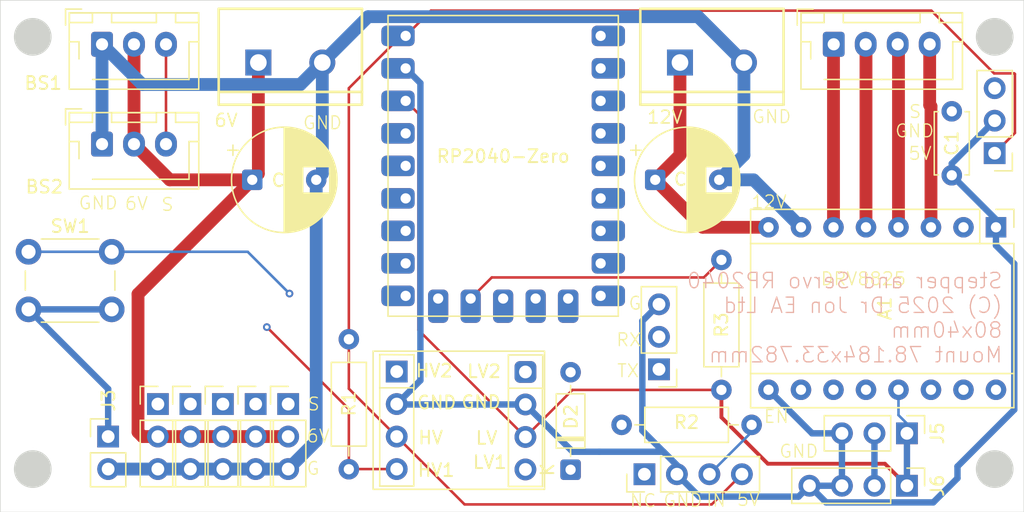
<source format=kicad_pcb>
(kicad_pcb (version 20241229) (generator "pcbnew") (generator_version "9.0")
  (layers (0 "F.Cu" signal) (4 "In1.Cu" signal) (6 "In2.Cu" signal) (2 "B.Cu" signal) (13 "F.Paste" user) (15 "B.Paste" user) (5 "F.SilkS" user "F.Silkscreen") (7 "B.SilkS" user "B.Silkscreen") (1 "F.Mask" user) (3 "B.Mask" user) (25 "Edge.Cuts" user))
  (net 0 "")
  (net 1 "+3V3")
  (net 2 "GND")
  (net 3 "Net-(A1-A1)")
  (net 4 "Net-(A1-A2)")
  (net 5 "/step_m2")
  (net 6 "/step_m0")
  (net 8 "Net-(A1-B2)")
  (net 9 "Net-(A1-B1)")
  (net 10 "/step_m1")
  (net 11 "GNDA")
  (net 12 "/step_step")
  (net 13 "+12V")
  (net 14 "/step_dir")
  (net 15 "/BusServoSigH")
  (net 16 "+6V")
  (net 17 "/hall_sensor")
  (net 18 "Net-(D2-A)")
  (net 19 "/BusServoSig")
  (net 20 "/TX")
  (net 21 "/RX")
  (net 22 "+5V")
  (net 23 "/WS2812BH")
  (net 24 "Net-(WS2812B-1-In)")
  (net 25 "/PWM5B")
  (net 26 "/PWM3B")
  (net 27 "/WS2812B")
  (net 28 "/sw")
  (net 29 "/PWM6B")
  (net 31 "/PWM7B")
  (net 32 "/PWM2B")
  (net 33 "/step_sleep")
  (net 34 "Net-(WS2812B-1-Out)")
  (footprint "RP2040-Zero-Kicad:RP2040-Zero" (layer "F.Cu") (at 72.581 81.459)
    (property "Reference" "RZ1")
    (property "Value" "RP2040-Zero" (at 10.16 -13.45 0) (layer "F.SilkS"))
    (pad "0" thru_hole roundrect (at 17.78 -22.86) (size 2.6 1.6) (drill 0.8 (offset 0.6 0)) (layers "*.Cu" "*.Mask") (net 20 "/TX"))
    (pad "1" thru_hole roundrect (at 17.78 -20.32) (size 2.6 1.6) (drill 0.8 (offset 0.6 0)) (layers "*.Cu" "*.Mask") (net 21 "/RX"))
    (pad "2" thru_hole roundrect (at 17.78 -17.78) (size 2.6 1.6) (drill 0.8 (offset 0.6 0)) (layers "*.Cu" "*.Mask") (net 12 "/step_step"))
    (pad "3" thru_hole roundrect (at 17.78 -15.24) (size 2.6 1.6) (drill 0.8 (offset 0.6 0)) (layers "*.Cu" "*.Mask") (net 12 "/step_step"))
    (pad "4" thru_hole roundrect (at 17.78 -12.7) (size 2.6 1.6) (drill 0.8 (offset 0.6 0)) (layers "*.Cu" "*.Mask") (net 14 "/step_dir"))
    (pad "5" thru_hole roundrect (at 17.78 -10.16) (size 2.6 1.6002) (drill 0.8 (offset 0.6 0)) (layers "*.Cu" "*.Mask") (net 32 "/PWM2B"))
    (pad "6" thru_hole roundrect (at 17.78 -7.62) (size 2.6 1.6002) (drill 0.8 (offset 0.6 0)) (layers "*.Cu" "*.Mask") (net 33 "/step_sleep"))
    (pad "7" thru_hole roundrect (at 17.78 -5.08) (size 2.6 1.6002) (drill 0.8 (offset 0.6 0)) (layers "*.Cu" "*.Mask") (net 26 "/PWM3B"))
    (pad "8" thru_hole roundrect (at 17.78 -2.54) (size 2.6 1.6002) (drill 0.8 (offset 0.6 0)) (layers "*.Cu" "*.Mask") (net 18 "Net-(D2-A)"))
    (pad "9" thru_hole roundrect (at 15.24 -2.33) (size 1.6 2.6) (drill 0.8 (offset 0 0.6)) (layers "*.Cu" "*.Mask") (net 19 "/BusServoSig"))
    (pad "10" thru_hole roundrect (at 12.7 -2.33) (size 1.5748 2.6) (drill 0.8 (offset 0 0.6)) (layers "*.Cu" "*.Mask") (net 27 "/WS2812B"))
    (pad "11" thru_hole roundrect (at 10.16 -2.33) (size 1.5748 2.6) (drill 0.8 (offset 0 0.6)) (layers "*.Cu" "*.Mask") (net 25 "/PWM5B"))
    (pad "12" thru_hole roundrect (at 7.62 -2.33) (size 1.5748 2.6) (drill 0.8 (offset 0 0.6)) (layers "*.Cu" "*.Mask") (net 17 "/hall_sensor"))
    (pad "13" thru_hole roundrect (at 5.08 -2.33) (size 1.5748 2.6) (drill 0.8 (offset 0 0.6)) (layers "*.Cu" "*.Mask") (net 29 "/PWM6B"))
    (pad "14" thru_hole roundrect (at 2.54 -2.54) (size 2.6 1.6002) (drill 0.8 (offset -0.6 0)) (layers "*.Cu" "*.Mask") (net 28 "/sw"))
    (pad "15" thru_hole roundrect (at 2.54 -5.08) (size 2.6 1.6002) (drill 0.8 (offset -0.6 0)) (layers "*.Cu" "*.Mask") (net 31 "/PWM7B"))
    (pad "26" thru_hole roundrect (at 2.54 -7.62) (size 2.6 1.6002) (drill 0.8 (offset -0.6 0)) (layers "*.Cu" "*.Mask") (net 6 "/step_m0"))
    (pad "27" thru_hole roundrect (at 2.54 -10.16) (size 2.6 1.6002) (drill 0.8 (offset -0.6 0)) (layers "*.Cu" "*.Mask") (net 10 "/step_m1"))
    (pad "28" thru_hole roundrect (at 2.54 -12.7) (size 2.6 1.6002) (drill 0.8 (offset -0.6 0)) (layers "*.Cu" "*.Mask") (net 5 "/step_m2"))
    (pad "29" thru_hole roundrect (at 2.54 -15.24) (size 2.6 1.6002) (drill 0.8 (offset -0.6 0)) (layers "*.Cu" "*.Mask"))
    (pad "30" thru_hole roundrect (at 2.54 -17.78) (size 2.6 1.6002) (drill 0.8 (offset -0.6 0)) (layers "*.Cu" "*.Mask") (net 1 "+3V3"))
    (pad "31" thru_hole roundrect (at 2.54 -20.32) (size 2.6 1.6002) (drill 0.8 (offset -0.6 0)) (layers "*.Cu" "*.Mask") (net 2 "GND"))
    (pad "32" thru_hole roundrect (at 2.54 -22.86) (size 2.6 1.6002) (drill 0.8 (offset -0.6 0)) (layers "*.Cu" "*.Mask") (net 22 "+5V"))
  )
  (footprint "Resistor_THT:R_Axial_DIN0207_L6.3mm_D2.5mm_P10.16mm_Horizontal" (layer "F.Cu") (at 70.68 82.31 -90)
    (property "Reference" "R1" (at 5.043 -0.001 90) (layer "F.SilkS"))
    (property "Value" "R" (hide yes))
    (pad "1" thru_hole circle (at 0 0 270) (size 1.6 1.6) (drill 0.8) (layers "*.Cu" "*.Mask") (net 22 "+5V"))
    (pad "2" thru_hole circle (at 10.16 0 270) (size 1.6 1.6) (drill 0.8) (layers "*.Cu" "*.Mask") (net 15 "/BusServoSigH"))
  )
  (footprint "Diode_THT:D_DO-35_SOD27_P7.62mm_Horizontal" (layer "F.Cu") (at 88.011 92.5068 90)
    (property "Reference" "D2" (at 4.1402 0.0254 90) (layer "F.SilkS"))
    (property "Value" "1N4148")
    (fp_text user "K" (at 0 -1.8 90) (layer "F.SilkS"))
    (pad "1" thru_hole roundrect (at 0 0 90) (size 1.6 1.6) (drill 0.8) (layers "*.Cu" "*.Mask") (roundrect_rratio 0.15625) (net 19 "/BusServoSig"))
    (pad "2" thru_hole circle (at 7.62 0 90) (size 1.6 1.6) (drill 0.8) (layers "*.Cu" "*.Mask") (net 18 "Net-(D2-A)"))
  )
  (footprint "Connector_PinHeader_2.54mm:PinHeader_1x03_P2.54mm_Vertical" (layer "F.Cu") (at 63.3984 87.376)
    (property "Reference" "SV5" (hide yes))
    (property "Value" "Conn_01x03_Pin" (hide yes))
    (pad "1" thru_hole rect (at 0 0) (size 1.7 1.7) (drill 1) (layers "*.Cu" "*.Mask") (net 29 "/PWM6B"))
    (pad "2" thru_hole circle (at 0 2.54) (size 1.7 1.7) (drill 1) (layers "*.Cu" "*.Mask") (net 16 "+6V"))
    (pad "3" thru_hole circle (at 0 5.08) (size 1.7 1.7) (drill 1) (layers "*.Cu" "*.Mask") (net 11 "GNDA"))
  )
  (footprint "Capacitor_THT:C_Disc_D4.7mm_W2.5mm_P5.00mm" (layer "F.Cu") (at 117.8052 69.4944 90)
    (property "Reference" "C1" (at 2.5 0 90) (layer "F.SilkS"))
    (property "Value" "0.1uF" (hide yes))
    (pad "1" thru_hole circle (at 0 0 90) (size 1.6 1.6) (drill 0.8) (layers "*.Cu" "*.Mask") (net 2 "GND"))
    (pad "2" thru_hole circle (at 5 0 90) (size 1.6 1.6) (drill 0.8) (layers "*.Cu" "*.Mask") (net 17 "/hall_sensor"))
  )
  (footprint "Resistor_THT:R_Axial_DIN0207_L6.3mm_D2.5mm_P10.16mm_Horizontal" (layer "F.Cu") (at 99.8 86.27 90)
    (property "Reference" "R3" (at 5.08 0 90) (layer "F.SilkS"))
    (property "Value" "10K" (hide yes))
    (pad "1" thru_hole circle (at 0 0 90) (size 1.6 1.6) (drill 0.8) (layers "*.Cu" "*.Mask") (net 1 "+3V3"))
    (pad "2" thru_hole circle (at 10.16 0 90) (size 1.6 1.6) (drill 0.8) (layers "*.Cu" "*.Mask") (net 17 "/hall_sensor"))
  )
  (footprint "Connector_PinHeader_2.54mm:PinHeader_1x03_P2.54mm_Vertical" (layer "F.Cu") (at 121.158 67.7672 180)
    (property "Reference" "J4" (hide yes))
    (property "Value" "Hall Sensor")
    (pad "1" thru_hole rect (at 0 0 180) (size 1.7 1.7) (drill 1) (layers "*.Cu" "*.Mask") (net 22 "+5V"))
    (pad "2" thru_hole circle (at 0 2.54 180) (size 1.7 1.7) (drill 1) (layers "*.Cu" "*.Mask") (net 2 "GND"))
    (pad "3" thru_hole circle (at 0 5.08 180) (size 1.7 1.7) (drill 1) (layers "*.Cu" "*.Mask") (net 17 "/hall_sensor"))
  )
  (footprint "Connector_JST:JST_XH_B4B-XH-AM_1x04_P2.50mm_Vertical" (layer "F.Cu") (at 108.578 59.256)
    (property "Reference" "J1" (hide yes))
    (property "Value" "Stepper")
    (pad "" np_thru_hole circle (at -1.6 2) (size 1.2 1.2) (drill 1.2) (layers "*.Cu" "*.Mask"))
    (pad "1" thru_hole roundrect (at 0 0) (size 1.7 1.95) (drill 0.95) (layers "*.Cu" "*.Mask") (roundrect_rratio 0.147059) (net 8 "Net-(A1-B2)"))
    (pad "2" thru_hole oval (at 2.5 0) (size 1.7 1.95) (drill 0.95) (layers "*.Cu" "*.Mask") (net 9 "Net-(A1-B1)"))
    (pad "3" thru_hole oval (at 5 0) (size 1.7 1.95) (drill 0.95) (layers "*.Cu" "*.Mask") (net 3 "Net-(A1-A1)"))
    (pad "4" thru_hole oval (at 7.5 0) (size 1.7 1.95) (drill 0.95) (layers "*.Cu" "*.Mask") (net 4 "Net-(A1-A2)"))
  )
  (footprint "Connector_PinHeader_2.54mm:PinHeader_1x03_P2.54mm_Vertical" (layer "F.Cu") (at 60.833 87.376)
    (property "Reference" "SV3" (hide yes))
    (property "Value" "Conn_01x03_Pin" (hide yes))
    (pad "1" thru_hole rect (at 0 0) (size 1.7 1.7) (drill 1) (layers "*.Cu" "*.Mask") (net 25 "/PWM5B"))
    (pad "2" thru_hole circle (at 0 2.54) (size 1.7 1.7) (drill 1) (layers "*.Cu" "*.Mask") (net 16 "+6V"))
    (pad "3" thru_hole circle (at 0 5.08) (size 1.7 1.7) (drill 1) (layers "*.Cu" "*.Mask") (net 11 "GNDA"))
  )
  (footprint "Connector_JST:JST_XH_B3B-XH-AM_1x03_P2.50mm_Vertical" (layer "F.Cu") (at 51.388 67.056)
    (property "Reference" "BS2" (at -4.508 3.334 0) (layer "F.SilkS"))
    (property "Value" "Bus Servo")
    (pad "" np_thru_hole circle (at -1.6 2) (size 1.2 1.2) (drill 1.2) (layers "*.Cu" "*.Mask"))
    (pad "1" thru_hole roundrect (at 0 0) (size 1.7 1.95) (drill 0.95) (layers "*.Cu" "*.Mask") (roundrect_rratio 0.147059) (net 11 "GNDA"))
    (pad "2" thru_hole oval (at 2.5 0) (size 1.7 1.95) (drill 0.95) (layers "*.Cu" "*.Mask") (net 16 "+6V"))
    (pad "3" thru_hole oval (at 5 0) (size 1.7 1.95) (drill 0.95) (layers "*.Cu" "*.Mask") (net 15 "/BusServoSigH"))
  )
  (footprint "Connector_PinHeader_2.54mm:PinHeader_1x03_P2.54mm_Vertical" (layer "F.Cu") (at 58.293 87.376)
    (property "Reference" "SV2" (hide yes))
    (property "Value" "Conn_01x03_Pin" (hide yes))
    (pad "1" thru_hole rect (at 0 0) (size 1.7 1.7) (drill 1) (layers "*.Cu" "*.Mask") (net 26 "/PWM3B"))
    (pad "2" thru_hole circle (at 0 2.54) (size 1.7 1.7) (drill 1) (layers "*.Cu" "*.Mask") (net 16 "+6V"))
    (pad "3" thru_hole circle (at 0 5.08) (size 1.7 1.7) (drill 1) (layers "*.Cu" "*.Mask") (net 11 "GNDA"))
  )
  (footprint "Connector_PinHeader_2.54mm:PinHeader_1x03_P2.54mm_Vertical" (layer "F.Cu") (at 65.9384 87.376)
    (property "Reference" "SV4" (hide yes))
    (property "Value" "Conn_01x03_Pin" (hide yes))
    (pad "1" thru_hole rect (at 0 0) (size 1.7 1.7) (drill 1) (layers "*.Cu" "*.Mask") (net 31 "/PWM7B"))
    (pad "2" thru_hole circle (at 0 2.54) (size 1.7 1.7) (drill 1) (layers "*.Cu" "*.Mask") (net 16 "+6V"))
    (pad "3" thru_hole circle (at 0 5.08) (size 1.7 1.7) (drill 1) (layers "*.Cu" "*.Mask") (net 11 "GNDA"))
  )
  (footprint "Connector_PinHeader_2.54mm:PinHeader_1x03_P2.54mm_Vertical" (layer "F.Cu") (at 55.753 87.376)
    (property "Reference" "SV1" (hide yes))
    (property "Value" "Conn_01x03_Pin" (hide yes))
    (pad "1" thru_hole rect (at 0 0) (size 1.7 1.7) (drill 1) (layers "*.Cu" "*.Mask") (net 32 "/PWM2B"))
    (pad "2" thru_hole circle (at 0 2.54) (size 1.7 1.7) (drill 1) (layers "*.Cu" "*.Mask") (net 16 "+6V"))
    (pad "3" thru_hole circle (at 0 5.08) (size 1.7 1.7) (drill 1) (layers "*.Cu" "*.Mask") (net 11 "GNDA"))
  )
  (footprint "Resistor_THT:R_Axial_DIN0207_L6.3mm_D2.5mm_P10.16mm_Horizontal" (layer "F.Cu") (at 91.9988 89.0016)
    (property "Reference" "R2" (at 5.08 -0.2032 0) (layer "F.SilkS"))
    (property "Value" "220R" (hide yes))
    (pad "1" thru_hole circle (at 0 0) (size 1.6 1.6) (drill 0.8) (layers "*.Cu" "*.Mask") (net 23 "/WS2812BH"))
    (pad "2" thru_hole circle (at 10.16 0) (size 1.6 1.6) (drill 0.8) (layers "*.Cu" "*.Mask") (net 24 "Net-(WS2812B-1-In)"))
  )
  (footprint "Capacitor_THT:CP_Radial_D8.0mm_P5.00mm" (layer "F.Cu") (at 63.129349 69.85)
    (property "Reference" "C3" (at 2.500651 0.04 0) (layer "F.SilkS"))
    (property "Value" "1000uF" (hide yes))
    (pad "1" thru_hole roundrect (at 0 0) (size 1.6 1.6) (drill 0.8) (layers "*.Cu" "*.Mask") (roundrect_rratio 0.15625) (net 16 "+6V"))
    (pad "2" thru_hole circle (at 5 0) (size 1.6 1.6) (drill 0.8) (layers "*.Cu" "*.Mask") (net 11 "GNDA"))
  )
  (footprint "JonLib:LvlShift2Bi" (layer "F.Cu") (at 82.4264 89.1632)
    (property "Reference" "U1" (hide yes))
    (property "Value" "LvlShift" (hide yes))
    (fp_text user "GND" (at -3.0328 -1.3476 0) (layer "F.SilkS") (effects (justify left bottom)))
    (fp_text user "HV" (at -6.4008 1.4224 0) (layer "F.SilkS") (effects (justify left bottom)))
    (fp_text user "HV2" (at -6.604 -3.81 0) (layer "F.SilkS") (effects (justify left bottom)))
    (fp_text user "LV2" (at -2.5908 -3.7592 0) (layer "F.SilkS") (effects (justify left bottom)))
    (fp_text user "HV1" (at -6.4516 3.9624 0) (layer "F.SilkS") (effects (justify left bottom)))
    (fp_text user "GND" (at -6.5024 -1.3208 0) (layer "F.SilkS") (effects (justify left bottom)))
    (fp_text user "LV1" (at -2.137 3.3436 0) (layer "F.SilkS") (effects (justify left bottom)))
    (fp_text user "LV" (at -1.9152 1.4464 0) (layer "F.SilkS") (effects (justify left bottom)))
    (pad "1" thru_hole rect (at -8.0044 -4.3272) (size 1.7 1.7) (drill 1) (layers "*.Cu" "*.Mask") (net 23 "/WS2812BH"))
    (pad "2" thru_hole oval (at -8.0044 -1.7872) (size 1.7 1.7) (drill 1) (layers "*.Cu" "*.Mask") (net 2 "GND"))
    (pad "3" thru_hole oval (at -8.0044 0.7528) (size 1.7 1.7) (drill 1) (layers "*.Cu" "*.Mask") (net 22 "+5V"))
    (pad "4" thru_hole oval (at -8.0044 3.2928) (size 1.7 1.7) (drill 1) (layers "*.Cu" "*.Mask") (net 15 "/BusServoSigH"))
    (pad "5" thru_hole oval (at 2.054 3.324) (size 1.7 1.7) (drill 1) (layers "*.Cu" "*.Mask") (net 19 "/BusServoSig"))
    (pad "6" thru_hole oval (at 2.054 0.784) (size 1.7 1.7) (drill 1) (layers "*.Cu" "*.Mask") (net 1 "+3V3"))
    (pad "7" thru_hole oval (at 2.054 -1.756) (size 1.7 1.7) (drill 1) (layers "*.Cu" "*.Mask") (net 2 "GND"))
    (pad "8" thru_hole roundrect (at 2.054 -4.296) (size 1.7 1.7) (drill 1) (layers "*.Cu" "*.Mask") (net 27 "/WS2812B"))
  )
  (footprint "Connector_PinHeader_2.54mm:PinHeader_1x03_P2.54mm_Vertical" (layer "F.Cu") (at 114.3 89.662 -90)
    (property "Reference" "J5" (at 0 -2.38 90) (layer "F.SilkS"))
    (property "Value" "Conn_01x03_Pin" (hide yes))
    (pad "1" thru_hole rect (at 0 0 270) (size 1.7 1.7) (drill 1) (layers "*.Cu" "*.Mask") (net 1 "+3V3"))
    (pad "2" thru_hole circle (at 0 2.54 270) (size 1.7 1.7) (drill 1) (layers "*.Cu" "*.Mask") (net 33 "/step_sleep"))
    (pad "3" thru_hole circle (at 0 5.08 270) (size 1.7 1.7) (drill 1) (layers "*.Cu" "*.Mask") (net 2 "GND"))
  )
  (footprint "Capacitor_THT:CP_Radial_D8.0mm_P5.00mm" (layer "F.Cu") (at 94.625349 69.85)
    (property "Reference" "C2" (at 2.444651 -0.04 0) (layer "F.SilkS"))
    (property "Value" "1000uF" (hide yes))
    (pad "1" thru_hole roundrect (at 0 0) (size 1.6 1.6) (drill 0.8) (layers "*.Cu" "*.Mask") (roundrect_rratio 0.15625) (net 13 "+12V"))
    (pad "2" thru_hole circle (at 5 0) (size 1.6 1.6) (drill 0.8) (layers "*.Cu" "*.Mask") (net 11 "GNDA"))
  )
  (footprint "Connectors:SCREWTERMINAL-5MM-2" (layer "F.Cu") (at 96.56064 60.68122)
    (property "Reference" "P2" (hide yes))
    (property "Value" "12V" (at -1.17348 4.2672 0) (layer "F.SilkS") (effects (font (thickness 0.127))))
    (pad "1" thru_hole rect (at 0 0) (size 2.032 2.032) (drill 1.29794) (layers "*.Cu" "*.Mask") (net 13 "+12V"))
    (pad "2" thru_hole circle (at 4.99872 0) (size 2.032 2.032) (drill 1.29794) (layers "*.Cu" "*.Mask") (net 11 "GNDA"))
  )
  (footprint "Connectors:SCREWTERMINAL-5MM-2" (layer "F.Cu") (at 63.60668 60.68122)
    (property "Reference" "P3" (hide yes))
    (property "Value" "6V" (at -2.51968 4.5212 0) (layer "F.SilkS") (effects (font (thickness 0.127))))
    (pad "1" thru_hole rect (at 0 0) (size 2.032 2.032) (drill 1.29794) (layers "*.Cu" "*.Mask") (net 16 "+6V"))
    (pad "2" thru_hole circle (at 4.99872 0) (size 2.032 2.032) (drill 1.29794) (layers "*.Cu" "*.Mask") (net 11 "GNDA"))
  )
  (footprint "Connector_PinHeader_2.54mm:PinHeader_1x03_P2.54mm_Vertical" (layer "F.Cu") (at 94.92 84.66 180)
    (property "Reference" "J2" (hide yes))
    (property "Value" "uart0")
    (pad "1" thru_hole rect (at 0 0 180) (size 1.7 1.7) (drill 1) (layers "*.Cu" "*.Mask") (net 20 "/TX"))
    (pad "2" thru_hole circle (at 0 2.54 180) (size 1.7 1.7) (drill 1) (layers "*.Cu" "*.Mask") (net 21 "/RX"))
    (pad "3" thru_hole circle (at 0 5.08 180) (size 1.7 1.7) (drill 1) (layers "*.Cu" "*.Mask") (net 2 "GND"))
  )
  (footprint "Connector_PinHeader_2.54mm:PinHeader_1x04_P2.54mm_Vertical" (layer "F.Cu") (at 93.78 92.86 90)
    (property "Reference" "WS2812B-1" (hide yes))
    (property "Value" "Conn_01x04_Pin" (hide yes))
    (pad "1" thru_hole rect (at 0 0 90) (size 1.7 1.7) (drill 1) (layers "*.Cu" "*.Mask") (net 34 "Net-(WS2812B-1-Out)"))
    (pad "2" thru_hole circle (at 0 2.54 90) (size 1.7 1.7) (drill 1) (layers "*.Cu" "*.Mask") (net 2 "GND"))
    (pad "3" thru_hole circle (at 0 5.08 90) (size 1.7 1.7) (drill 1) (layers "*.Cu" "*.Mask") (net 24 "Net-(WS2812B-1-In)"))
    (pad "4" thru_hole circle (at 0 7.62 90) (size 1.7 1.7) (drill 1) (layers "*.Cu" "*.Mask") (net 22 "+5V"))
  )
  (footprint "Module:Pololu_Breakout-16_15.2x20.3mm" (layer "F.Cu") (at 121.2596 73.5584 -90)
    (property "Reference" "A1" (at 6.35 8.6868 90) (layer "F.SilkS"))
    (property "Value" "Pololu_Breakout_DRV8825")
    (pad "1" thru_hole rect (at 0 0 270) (size 1.6 1.6) (drill 0.8) (layers "*.Cu" "*.Mask") (net 2 "GND"))
    (pad "2" thru_hole oval (at 0 2.54 270) (size 1.6 1.6) (drill 0.8) (layers "*.Cu" "*.Mask"))
    (pad "3" thru_hole oval (at 0 5.08 270) (size 1.6 1.6) (drill 0.8) (layers "*.Cu" "*.Mask") (net 4 "Net-(A1-A2)"))
    (pad "4" thru_hole oval (at 0 7.62 270) (size 1.6 1.6) (drill 0.8) (layers "*.Cu" "*.Mask") (net 3 "Net-(A1-A1)"))
    (pad "5" thru_hole oval (at 0 10.16 270) (size 1.6 1.6) (drill 0.8) (layers "*.Cu" "*.Mask") (net 9 "Net-(A1-B1)"))
    (pad "6" thru_hole oval (at 0 12.7 270) (size 1.6 1.6) (drill 0.8) (layers "*.Cu" "*.Mask") (net 8 "Net-(A1-B2)"))
    (pad "7" thru_hole oval (at 0 15.24 270) (size 1.6 1.6) (drill 0.8) (layers "*.Cu" "*.Mask") (net 11 "GNDA"))
    (pad "8" thru_hole oval (at 0 17.78 270) (size 1.6 1.6) (drill 0.8) (layers "*.Cu" "*.Mask") (net 13 "+12V"))
    (pad "9" thru_hole oval (at 12.7 17.78 270) (size 1.6 1.6) (drill 0.8) (layers "*.Cu" "*.Mask") (net 2 "GND"))
    (pad "10" thru_hole oval (at 12.7 15.24 270) (size 1.6 1.6) (drill 0.8) (layers "*.Cu" "*.Mask") (net 6 "/step_m0"))
    (pad "11" thru_hole oval (at 12.7 12.7 270) (size 1.6 1.6) (drill 0.8) (layers "*.Cu" "*.Mask") (net 10 "/step_m1"))
    (pad "12" thru_hole oval (at 12.7 10.16 270) (size 1.6 1.6) (drill 0.8) (layers "*.Cu" "*.Mask") (net 5 "/step_m2"))
    (pad "13" thru_hole oval (at 12.7 7.62 270) (size 1.6 1.6) (drill 0.8) (layers "*.Cu" "*.Mask") (net 1 "+3V3"))
    (pad "14" thru_hole oval (at 12.7 5.08 270) (size 1.6 1.6) (drill 0.8) (layers "*.Cu" "*.Mask") (net 33 "/step_sleep"))
    (pad "15" thru_hole oval (at 12.7 2.54 270) (size 1.6 1.6) (drill 0.8) (layers "*.Cu" "*.Mask") (net 12 "/step_step"))
    (pad "16" thru_hole oval (at 12.7 0 270) (size 1.6 1.6) (drill 0.8) (layers "*.Cu" "*.Mask") (net 14 "/step_dir"))
  )
  (footprint "Connector_JST:JST_XH_B3B-XH-AM_1x03_P2.50mm_Vertical" (layer "F.Cu") (at 51.388 59.256)
    (property "Reference" "BS1" (at -4.598 3.034 0) (layer "F.SilkS"))
    (property "Value" "Bus Servo" (hide yes))
    (pad "" np_thru_hole circle (at -1.6 2) (size 1.2 1.2) (drill 1.2) (layers "*.Cu" "*.Mask"))
    (pad "1" thru_hole roundrect (at 0 0) (size 1.7 1.95) (drill 0.95) (layers "*.Cu" "*.Mask") (roundrect_rratio 0.147059) (net 11 "GNDA"))
    (pad "2" thru_hole oval (at 2.5 0) (size 1.7 1.95) (drill 0.95) (layers "*.Cu" "*.Mask") (net 16 "+6V"))
    (pad "3" thru_hole oval (at 5 0) (size 1.7 1.95) (drill 0.95) (layers "*.Cu" "*.Mask") (net 15 "/BusServoSigH"))
  )
  (footprint "Connector_PinHeader_2.54mm:PinHeader_1x04_P2.54mm_Vertical" (layer "F.Cu") (at 114.3 93.76 -90)
    (property "Reference" "J6" (at 0 -2.38 90) (layer "F.SilkS"))
    (property "Value" "Conn_01x04_Pin" (hide yes))
    (pad "1" thru_hole rect (at 0 0 270) (size 1.7 1.7) (drill 1) (layers "*.Cu" "*.Mask") (net 1 "+3V3"))
    (pad "2" thru_hole circle (at 0 2.54 270) (size 1.7 1.7) (drill 1) (layers "*.Cu" "*.Mask") (net 33 "/step_sleep"))
    (pad "3" thru_hole circle (at 0 5.08 270) (size 1.7 1.7) (drill 1) (layers "*.Cu" "*.Mask") (net 2 "GND"))
    (pad "4" thru_hole circle (at 0 7.62 270) (size 1.7 1.7) (drill 1) (layers "*.Cu" "*.Mask") (net 2 "GND"))
  )
  (footprint "Button_Switch_THT:SW_PUSH_6mm" (layer "F.Cu") (at 45.645 75.474)
    (property "Reference" "SW1" (at 3.25 -2 0) (layer "F.SilkS"))
    (property "Value" "SW_SPST" (hide yes))
    (pad "1" thru_hole circle (at 0 0 90) (size 2 2) (drill 1.1) (layers "*.Cu" "*.Mask") (net 28 "/sw"))
    (pad "1" thru_hole circle (at 6.5 0 90) (size 2 2) (drill 1.1) (layers "*.Cu" "*.Mask") (net 28 "/sw"))
    (pad "2" thru_hole circle (at 0 4.5 90) (size 2 2) (drill 1.1) (layers "*.Cu" "*.Mask") (net 2 "GND"))
    (pad "2" thru_hole circle (at 6.5 4.5 90) (size 2 2) (drill 1.1) (layers "*.Cu" "*.Mask") (net 2 "GND"))
  )
  (footprint "Connector_PinHeader_2.54mm:PinHeader_1x02_P2.54mm_Vertical" (layer "F.Cu") (at 51.8668 89.916)
    (property "Reference" "J3" (at 0.0254 -2.8194 90) (layer "F.SilkS"))
    (property "Value" "GND to GNDA")
    (pad "1" thru_hole rect (at 0 0) (size 1.7 1.7) (drill 1) (layers "*.Cu" "*.Mask") (net 2 "GND"))
    (pad "2" thru_hole circle (at 0 2.54) (size 1.7 1.7) (drill 1) (layers "*.Cu" "*.Mask") (net 11 "GNDA"))
  )
  (gr_circle (center 45.974 58.674) (end 47.424 58.674) (stroke (width 0.05)) (fill yes) (layer "Edge.Cuts"))
  (gr_circle (center 45.974 92.456) (end 47.424 92.456) (stroke (width 0.05)) (fill yes) (layer "Edge.Cuts"))
  (gr_circle (center 121.158 58.674) (end 122.608 58.674) (stroke (width 0.05)) (fill yes) (layer "Edge.Cuts"))
  (gr_circle (center 121.158 92.456) (end 122.608 92.456) (stroke (width 0.05)) (fill yes) (layer "Edge.Cuts"))
  (gr_rect (start 43.439 55.819) (end 123.439 95.819) (stroke (width 0.05)) (fill no) (layer "Edge.Cuts"))
  (gr_text "DRV8825" (at 107.5 78.17 0) (layer "F.SilkS") (effects (font (size 1 1) (thickness 0.1)) (justify left bottom)))
  (gr_text "GND" (at 113.31 66.61 0) (layer "F.SilkS") (effects (font (size 1 1) (thickness 0.1)) (justify left bottom)))
  (gr_text "G" (at 67.3184 92.99 0) (layer "F.SilkS") (effects (font (size 1 1) (thickness 0.1)) (justify left bottom)))
  (gr_text "5V" (at 114.36 68.37 0) (layer "F.SilkS") (effects (font (size 1 1) (thickness 0.1)) (justify left bottom)))
  (gr_text "12V" (at 102.0796 72.1584 0) (layer "F.SilkS") (effects (font (size 1 1) (thickness 0.1)) (justify left bottom)))
  (gr_text "GND" (at 49.5 72.24 0) (layer "F.SilkS") (effects (font (size 1 1) (thickness 0.1)) (justify left bottom)))
  (gr_text "S" (at 55.96 72.36 0) (layer "F.SilkS") (effects (font (size 1 1) (thickness 0.1)) (justify left bottom)))
  (gr_text "6V" (at 53.11 72.29 0) (layer "F.SilkS") (effects (font (size 1 1) (thickness 0.1)) (justify left bottom)))
  (gr_text "6V" (at 67.3184 90.46 0) (layer "F.SilkS") (effects (font (size 1 1) (thickness 0.1)) (justify left bottom)))
  (gr_text "TX" (at 91.58 85.36 0) (layer "F.SilkS") (effects (font (size 1 1) (thickness 0.1)) (justify left bottom)))
  (gr_text "5V" (at 100.94 95.42 0) (layer "F.SilkS") (effects (font (size 1 1) (thickness 0.1)) (justify left bottom)))
  (gr_text "GND" (at 95.2 95.49 0) (layer "F.SilkS") (effects (font (size 1 1) (thickness 0.1)) (justify left bottom)))
  (gr_text "S" (at 67.39 87.96 0) (layer "F.SilkS") (effects (font (size 1 1) (thickness 0.1)) (justify left bottom)))
  (gr_text "EN" (at 103.05 88.93 0) (layer "F.SilkS") (effects (font (size 1 1) (thickness 0.1)) (justify left bottom)))
  (gr_text "GND" (at 102.14 65.5 0) (layer "F.SilkS") (effects (font (size 1 1) (thickness 0.1)) (justify left bottom)))
  (gr_text "NC" (at 92.58 95.51 0) (layer "F.SilkS") (effects (font (size 1 1) (thickness 0.1)) (justify left bottom)))
  (gr_text "S" (at 114.4 65.1 0) (layer "F.SilkS") (effects (font (size 1 1) (thickness 0.1)) (justify left bottom)))
  (gr_text "RX" (at 91.52 82.94 0) (layer "F.SilkS") (effects (font (size 1 1) (thickness 0.1)) (justify left bottom)))
  (gr_text "IN" (at 98.55 95.47 0) (layer "F.SilkS") (effects (font (size 1 1) (thickness 0.1)) (justify left bottom)))
  (gr_text "GND" (at 67.029349 65.975159 0) (layer "F.SilkS") (effects (font (size 1 1) (thickness 0.1)) (justify left bottom)))
  (gr_text "G" (at 92.48 80.08 0) (layer "F.SilkS") (effects (font (size 1 1) (thickness 0.1)) (justify left bottom)))
  (gr_text "GND" (at 104.26 91.65 0) (layer "F.SilkS") (effects (font (size 1 1) (thickness 0.1)) (justify left bottom)))
  (gr_text "Stepper and Servo RP2040\n(C) 2025 Dr Jon EA Ltd\n80x40mm\nMount 78.184x33.782mm" (at 121.84 84.23 0) (layer "B.SilkS") (effects (font (size 1.2 1.2) (thickness 0.1)) (justify left bottom mirror)))
  (segment (start 112.58 92.04) (end 103.428018 92.04) (width 0.3) (layer "F.Cu") (net 1))
  (segment (start 84.4804 89.9472) (end 88.1576 86.27) (width 0.2) (layer "F.Cu") (net 1))
  (segment (start 103.428018 92.04) (end 99.8 88.411982) (width 0.3) (layer "F.Cu") (net 1))
  (segment (start 75.121 63.679) (end 76.122 64.68) (width 0.2) (layer "F.Cu") (net 1))
  (segment (start 99.8 88.411982) (end 99.8 86.27) (width 0.3) (layer "F.Cu") (net 1))
  (segment (start 76.122 81.5888) (end 84.4804 89.9472) (width 0.2) (layer "F.Cu") (net 1))
  (segment (start 76.122 64.68) (end 76.122 81.5888) (width 0.2) (layer "F.Cu") (net 1))
  (segment (start 114.3 93.76) (end 112.58 92.04) (width 0.3) (layer "F.Cu") (net 1))
  (segment (start 88.1576 86.27) (end 99.8 86.27) (width 0.2) (layer "F.Cu") (net 1))
  (segment (start 114.3 93.76) (end 114.3 89.662) (width 0.5) (layer "B.Cu") (net 1))
  (segment (start 113.6396 88.2396) (end 113.6396 86.2584) (width 0.2) (layer "B.Cu") (net 1))
  (segment (start 114.3 89.662) (end 114.3 88.9) (width 0.2) (layer "B.Cu") (net 1))
  (segment (start 114.3 88.9) (end 113.6396 88.2396) (width 0.2) (layer "B.Cu") (net 1))
  (segment (start 51.8668 89.916) (end 51.8668 86.1958) (width 0.5) (layer "B.Cu") (net 2))
  (segment (start 117.8052 69.4944) (end 117.8052 68.58) (width 0.5) (layer "B.Cu") (net 2))
  (segment (start 106.68 93.76) (end 107.981 95.061) (width 0.5) (layer "B.Cu") (net 2))
  (segment (start 117.8052 68.58) (end 121.158 65.2272) (width 0.5) (layer "B.Cu") (net 2))
  (segment (start 121.2596 74.9816) (end 121.2596 73.5584) (width 0.5) (layer "B.Cu") (net 2))
  (segment (start 118.25 92.251315) (end 122.688 87.813315) (width 0.5) (layer "B.Cu") (net 2))
  (segment (start 118.25 93.17) (end 118.25 92.251315) (width 0.5) (layer "B.Cu") (net 2))
  (segment (start 109.22 93.76) (end 106.68 93.76) (width 0.5) (layer "B.Cu") (net 2))
  (segment (start 109.22 93.76) (end 109.22 89.662) (width 0.5) (layer "B.Cu") (net 2))
  (segment (start 96.32 92.86) (end 98.07 94.61) (width 0.5) (layer "B.Cu") (net 2))
  (segment (start 122.688 87.813315) (end 122.688 76.41) (width 0.5) (layer "B.Cu") (net 2))
  (segment (start 122.688 76.41) (end 121.2596 74.9816) (width 0.5) (layer "B.Cu") (net 2))
  (segment (start 98.07 94.61) (end 105.83 94.61) (width 0.5) (layer "B.Cu") (net 2))
  (segment (start 76.272 62.29) (end 76.272 85.526) (width 0.5) (layer "B.Cu") (net 2))
  (segment (start 107.981 95.061) (end 116.359 95.061) (width 0.5) (layer "B.Cu") (net 2))
  (segment (start 116.359 95.061) (end 118.25 93.17) (width 0.5) (layer "B.Cu") (net 2))
  (segment (start 105.83 94.61) (end 106.68 93.76) (width 0.5) (layer "B.Cu") (net 2))
  (segment (start 95.2698 91.1042) (end 96.5708 92.4052) (width 0.5) (layer "B.Cu") (net 2))
  (segment (start 51.8668 86.1958) (end 45.645 79.974) (width 0.5) (layer "B.Cu") (net 2))
  (segment (start 45.645 79.974) (end 52.145 79.974) (width 0.5) (layer "B.Cu") (net 2))
  (segment (start 94.92 79.58) (end 93.619 80.881) (width 0.5) (layer "B.Cu") (net 2))
  (segment (start 76.272 85.526) (end 74.422 87.376) (width 0.5) (layer "B.Cu") (net 2))
  (segment (start 121.2596 72.9488) (end 117.8052 69.4944) (width 0.5) (layer "B.Cu") (net 2))
  (segment (start 84.4804 87.4072) (end 74.4532 87.4072) (width 0.5) (layer "B.Cu") (net 2))
  (segment (start 75.121 61.139) (end 76.272 62.29) (width 0.5) (layer "B.Cu") (net 2))
  (segment (start 90.25 91.1042) (end 95.2698 91.1042) (width 0.5) (layer "B.Cu") (net 2))
  (segment (start 106.8832 89.662) (end 109.22 89.662) (width 0.5) (layer "B.Cu") (net 2))
  (segment (start 121.2596 73.5584) (end 121.2596 72.9488) (width 0.5) (layer "B.Cu") (net 2))
  (segment (start 103.4796 86.2584) (end 106.8832 89.662) (width 0.5) (layer "B.Cu") (net 2))
  (segment (start 74.4532 87.4072) (end 74.422 87.376) (width 0.5) (layer "B.Cu") (net 2))
  (segment (start 88.1774 91.1042) (end 90.25 91.1042) (width 0.5) (layer "B.Cu") (net 2))
  (segment (start 93.619 89.4534) (end 96.5708 92.4052) (width 0.5) (layer "B.Cu") (net 2))
  (segment (start 93.619 80.881) (end 93.619 89.4534) (width 0.5) (layer "B.Cu") (net 2))
  (segment (start 84.4804 87.4072) (end 88.1774 91.1042) (width 0.5) (layer "B.Cu") (net 2))
  (segment (start 113.6396 73.5584) (end 113.6396 59.3176) (width 1) (layer "F.Cu") (net 3))
  (segment (start 113.6396 59.3176) (end 113.578 59.256) (width 0.2) (layer "F.Cu") (net 3))
  (segment (start 116.1796 64.1096) (end 116.078 64.008) (width 1) (layer "F.Cu") (net 4))
  (segment (start 116.1796 73.5584) (end 116.1796 64.1096) (width 1) (layer "F.Cu") (net 4))
  (segment (start 116.1796 59.3576) (end 116.078 59.256) (width 0.2) (layer "F.Cu") (net 4))
  (segment (start 116.078 64.008) (end 116.078 59.256) (width 1) (layer "F.Cu") (net 4))
  (segment (start 108.5596 73.5584) (end 108.5596 59.2744) (width 1) (layer "F.Cu") (net 8))
  (segment (start 108.5596 59.2744) (end 108.578 59.256) (width 0.2) (layer "F.Cu") (net 8))
  (segment (start 111.0996 73.5584) (end 111.0996 59.2776) (width 1) (layer "F.Cu") (net 9))
  (segment (start 111.0996 59.2776) (end 111.078 59.256) (width 0.2) (layer "F.Cu") (net 9))
  (segment (start 102.3112 69.85) (end 106.0196 73.5584) (width 1) (layer "B.Cu") (net 11))
  (segment (start 101.55936 60.68122) (end 101.55936 67.915989) (width 1) (layer "B.Cu") (net 11))
  (segment (start 63.3984 92.456) (end 60.833 92.456) (width 1) (layer "B.Cu") (net 11))
  (segment (start 101.55936 60.68122) (end 97.97604 57.0979) (width 1) (layer "B.Cu") (net 11))
  (segment (start 51.388 67.056) (end 51.388 59.256) (width 1) (layer "B.Cu") (net 11))
  (segment (start 55.753 92.456) (end 51.8668 92.456) (width 1) (layer "B.Cu") (net 11))
  (segment (start 60.833 92.456) (end 58.293 92.456) (width 1) (layer "B.Cu") (net 11))
  (segment (start 97.97604 57.0979) (end 72.18872 57.0979) (width 1) (layer "B.Cu") (net 11))
  (segment (start 68.6054 60.68122) (end 68.6054 69.373949) (width 1) (layer "B.Cu") (net 11))
  (segment (start 68.129349 69.85) (end 68.129349 90.265051) (width 1) (layer "B.Cu") (net 11))
  (segment (start 68.6054 69.373949) (end 68.129349 69.85) (width 1) (layer "B.Cu") (net 11))
  (segment (start 54.53022 62.39822) (end 66.8884 62.39822) (width 1) (layer "B.Cu") (net 11))
  (segment (start 99.625349 69.85) (end 102.3112 69.85) (width 1) (layer "B.Cu") (net 11))
  (segment (start 72.18872 57.0979) (end 68.6054 60.68122) (width 1) (layer "B.Cu") (net 11))
  (segment (start 68.129349 90.265051) (end 65.9384 92.456) (width 1) (layer "B.Cu") (net 11))
  (segment (start 51.388 59.256) (end 54.53022 62.39822) (width 1) (layer "B.Cu") (net 11))
  (segment (start 66.8884 62.39822) (end 68.6054 60.68122) (width 1) (layer "B.Cu") (net 11))
  (segment (start 58.293 92.456) (end 55.753 92.456) (width 1) (layer "B.Cu") (net 11))
  (segment (start 101.55936 67.915989) (end 99.625349 69.85) (width 1) (layer "B.Cu") (net 11))
  (segment (start 65.9384 92.456) (end 63.3984 92.456) (width 1) (layer "B.Cu") (net 11))
  (segment (start 96.56064 60.68122) (end 96.56064 67.914709) (width 1) (layer "F.Cu") (net 13))
  (segment (start 94.625349 69.85) (end 98.333749 73.5584) (width 1) (layer "F.Cu") (net 13))
  (segment (start 96.56064 67.914709) (end 94.625349 69.85) (width 1) (layer "F.Cu") (net 13))
  (segment (start 98.333749 73.5584) (end 103.4796 73.5584) (width 1) (layer "F.Cu") (net 13))
  (segment (start 70.68 92.47) (end 70.77 92.47) (width 0.2) (layer "F.Cu") (net 15))
  (segment (start 70.784 92.456) (end 74.422 92.456) (width 0.2) (layer "F.Cu") (net 15))
  (segment (start 64.27 81.36) (end 70.68 87.77) (width 0.2) (layer "F.Cu") (net 15))
  (segment (start 70.68 87.77) (end 70.68 92.47) (width 0.2) (layer "F.Cu") (net 15))
  (segment (start 70.77 92.47) (end 70.784 92.456) (width 0.2) (layer "F.Cu") (net 15))
  (segment (start 56.388 59.256) (end 56.388 67.056) (width 0.2) (layer "F.Cu") (net 15))
  (via (at 64.27 81.36) (size 0.6) (drill 0.3) (layers "F.Cu" "B.Cu") (net 15))
  (segment (start 63.60668 60.68122) (end 63.60668 69.372669) (width 1) (layer "F.Cu") (net 16))
  (segment (start 53.888 67.056) (end 53.888 59.256) (width 1) (layer "F.Cu") (net 16))
  (segment (start 63.60668 69.372669) (end 63.129349 69.85) (width 1) (layer "F.Cu") (net 16))
  (segment (start 63.129349 69.85) (end 56.682 69.85) (width 1) (layer "F.Cu") (net 16))
  (segment (start 54.550919 89.916) (end 55.753 89.916) (width 1) (layer "F.Cu") (net 16))
  (segment (start 54.202 89.567081) (end 54.550919 89.916) (width 1) (layer "F.Cu") (net 16))
  (segment (start 58.293 89.916) (end 60.833 89.916) (width 1) (layer "F.Cu") (net 16))
  (segment (start 63.3984 89.916) (end 65.9384 89.916) (width 1) (layer "F.Cu") (net 16))
  (segment (start 54.202 78.777349) (end 54.202 89.567081) (width 1) (layer "F.Cu") (net 16))
  (segment (start 63.129349 69.85) (end 54.202 78.777349) (width 1) (layer "F.Cu") (net 16))
  (segment (start 55.753 89.916) (end 58.293 89.916) (width 1) (layer "F.Cu") (net 16))
  (segment (start 56.682 69.85) (end 53.888 67.056) (width 1) (layer "F.Cu") (net 16))
  (segment (start 60.833 89.916) (end 63.3984 89.916) (width 1) (layer "F.Cu") (net 16))
  (segment (start 99.8 76.11) (end 98.4299 77.4801) (width 0.2) (layer "F.Cu") (net 17))
  (segment (start 81.8499 77.4801) (end 80.201 79.129) (width 0.2) (layer "F.Cu") (net 17))
  (segment (start 98.4299 77.4801) (end 81.8499 77.4801) (width 0.2) (layer "F.Cu") (net 17))
  (segment (start 70.68 62.688564) (end 70.68 82.31) (width 0.2) (layer "F.Cu") (net 22))
  (segment (start 122.74 61.58) (end 122.74 66.1852) (width 0.2) (layer "F.Cu") (net 22))
  (segment (start 70.68 86.174) (end 74.422 89.916) (width 0.2) (layer "F.Cu") (net 22))
  (segment (start 101.4 92.86) (end 99.042 95.218) (width 0.2) (layer "F.Cu") (net 22))
  (segment (start 70.68 82.31) (end 70.68 86.174) (width 0.2) (layer "F.Cu") (net 22))
  (segment (start 99.042 95.218) (end 79.724 95.218) (width 0.2) (layer "F.Cu") (net 22))
  (segment (start 121.113447 61.53) (end 122.69 61.53) (width 0.2) (layer "F.Cu") (net 22))
  (segment (start 122.69 61.53) (end 122.74 61.58) (width 0.2) (layer "F.Cu") (net 22))
  (segment (start 77.097 56.623) (end 116.206447 56.623) (width 0.2) (layer "F.Cu") (net 22))
  (segment (start 75.121 58.599) (end 77.097 56.623) (width 0.2) (layer "F.Cu") (net 22))
  (segment (start 75.121 58.599) (end 74.769564 58.599) (width 0.2) (layer "F.Cu") (net 22))
  (segment (start 122.74 66.1852) (end 121.158 67.7672) (width 0.2) (layer "F.Cu") (net 22))
  (segment (start 116.206447 56.623) (end 121.113447 61.53) (width 0.2) (layer "F.Cu") (net 22))
  (segment (start 74.769564 58.599) (end 70.68 62.688564) (width 0.2) (layer "F.Cu") (net 22))
  (segment (start 79.724 95.218) (end 74.422 89.916) (width 0.2) (layer "F.Cu") (net 22))
  (segment (start 98.86 92.86) (end 102.1588 89.5612) (width 0.2) (layer "B.Cu") (net 24))
  (segment (start 102.1588 89.5612) (end 102.1588 89.0016) (width 0.2) (layer "B.Cu") (net 24))
  (via (at 66.04 78.74) (size 0.6) (drill 0.3) (layers "F.Cu" "B.Cu") (net 28))
  (segment (start 66.04 78.74) (end 62.774 75.474) (width 0.2) (layer "B.Cu") (net 28))
  (segment (start 62.774 75.474) (end 52.145 75.474) (width 0.2) (layer "B.Cu") (net 28))
  (segment (start 45.645 75.474) (end 52.145 75.474) (width 0.2) (layer "B.Cu") (net 28))
  (segment (start 111.76 93.76) (end 111.76 89.662) (width 0.5) (layer "B.Cu") (net 33))
)
</source>
